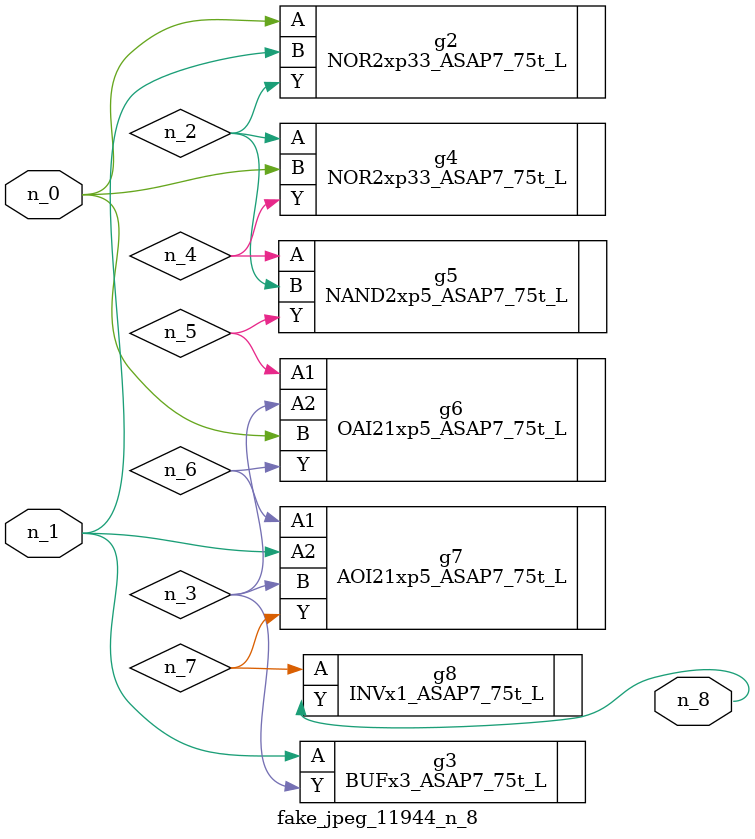
<source format=v>
module fake_jpeg_11944_n_8 (n_0, n_1, n_8);

input n_0;
input n_1;

output n_8;

wire n_2;
wire n_3;
wire n_4;
wire n_6;
wire n_5;
wire n_7;

NOR2xp33_ASAP7_75t_L g2 ( 
.A(n_0),
.B(n_1),
.Y(n_2)
);

BUFx3_ASAP7_75t_L g3 ( 
.A(n_1),
.Y(n_3)
);

NOR2xp33_ASAP7_75t_L g4 ( 
.A(n_2),
.B(n_0),
.Y(n_4)
);

NAND2xp5_ASAP7_75t_L g5 ( 
.A(n_4),
.B(n_2),
.Y(n_5)
);

OAI21xp5_ASAP7_75t_L g6 ( 
.A1(n_5),
.A2(n_3),
.B(n_0),
.Y(n_6)
);

AOI21xp5_ASAP7_75t_L g7 ( 
.A1(n_6),
.A2(n_1),
.B(n_3),
.Y(n_7)
);

INVx1_ASAP7_75t_L g8 ( 
.A(n_7),
.Y(n_8)
);


endmodule
</source>
